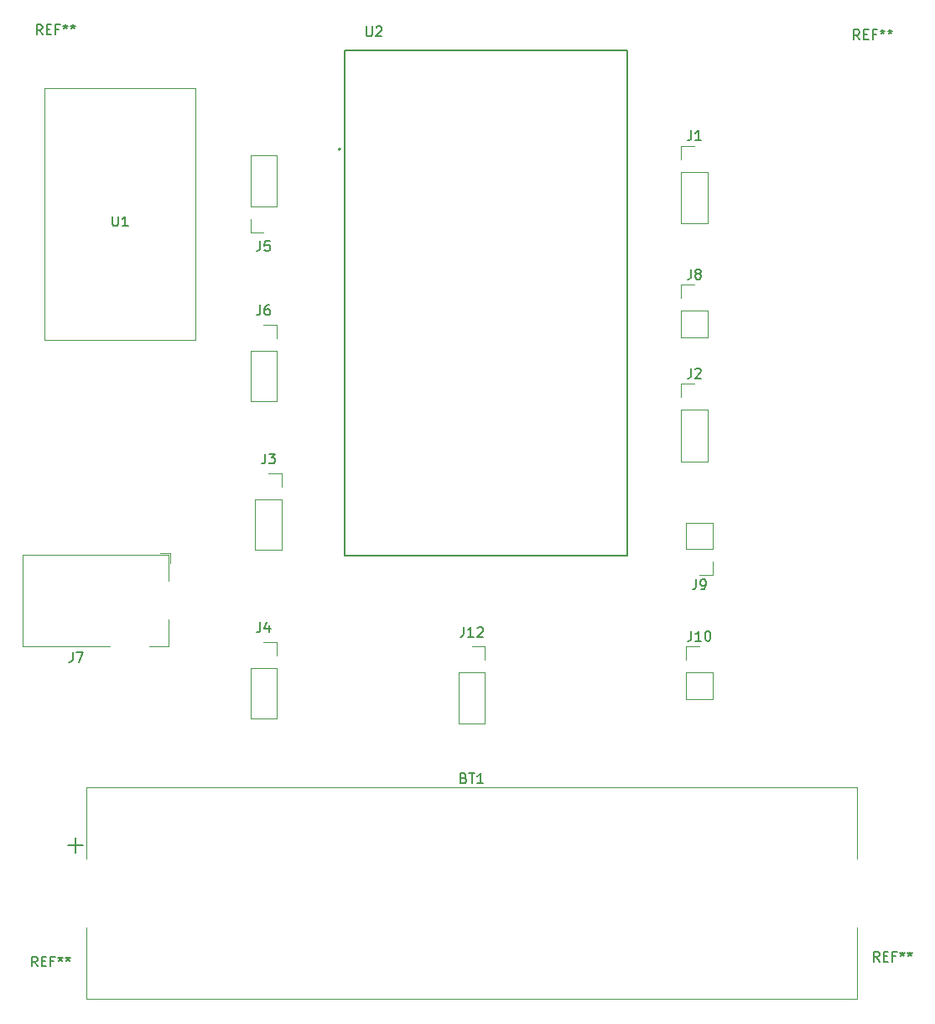
<source format=gbr>
%TF.GenerationSoftware,KiCad,Pcbnew,9.0.6*%
%TF.CreationDate,2025-12-01T09:05:12-05:00*%
%TF.ProjectId,Invernadero Automatizado,496e7665-726e-4616-9465-726f20417574,rev?*%
%TF.SameCoordinates,Original*%
%TF.FileFunction,Legend,Top*%
%TF.FilePolarity,Positive*%
%FSLAX46Y46*%
G04 Gerber Fmt 4.6, Leading zero omitted, Abs format (unit mm)*
G04 Created by KiCad (PCBNEW 9.0.6) date 2025-12-01 09:05:12*
%MOMM*%
%LPD*%
G01*
G04 APERTURE LIST*
%ADD10C,0.150000*%
%ADD11C,0.120000*%
%ADD12C,0.127000*%
%ADD13C,0.200000*%
G04 APERTURE END LIST*
D10*
X145666666Y-74574819D02*
X145666666Y-75289104D01*
X145666666Y-75289104D02*
X145619047Y-75431961D01*
X145619047Y-75431961D02*
X145523809Y-75527200D01*
X145523809Y-75527200D02*
X145380952Y-75574819D01*
X145380952Y-75574819D02*
X145285714Y-75574819D01*
X146285714Y-75003390D02*
X146190476Y-74955771D01*
X146190476Y-74955771D02*
X146142857Y-74908152D01*
X146142857Y-74908152D02*
X146095238Y-74812914D01*
X146095238Y-74812914D02*
X146095238Y-74765295D01*
X146095238Y-74765295D02*
X146142857Y-74670057D01*
X146142857Y-74670057D02*
X146190476Y-74622438D01*
X146190476Y-74622438D02*
X146285714Y-74574819D01*
X146285714Y-74574819D02*
X146476190Y-74574819D01*
X146476190Y-74574819D02*
X146571428Y-74622438D01*
X146571428Y-74622438D02*
X146619047Y-74670057D01*
X146619047Y-74670057D02*
X146666666Y-74765295D01*
X146666666Y-74765295D02*
X146666666Y-74812914D01*
X146666666Y-74812914D02*
X146619047Y-74908152D01*
X146619047Y-74908152D02*
X146571428Y-74955771D01*
X146571428Y-74955771D02*
X146476190Y-75003390D01*
X146476190Y-75003390D02*
X146285714Y-75003390D01*
X146285714Y-75003390D02*
X146190476Y-75051009D01*
X146190476Y-75051009D02*
X146142857Y-75098628D01*
X146142857Y-75098628D02*
X146095238Y-75193866D01*
X146095238Y-75193866D02*
X146095238Y-75384342D01*
X146095238Y-75384342D02*
X146142857Y-75479580D01*
X146142857Y-75479580D02*
X146190476Y-75527200D01*
X146190476Y-75527200D02*
X146285714Y-75574819D01*
X146285714Y-75574819D02*
X146476190Y-75574819D01*
X146476190Y-75574819D02*
X146571428Y-75527200D01*
X146571428Y-75527200D02*
X146619047Y-75479580D01*
X146619047Y-75479580D02*
X146666666Y-75384342D01*
X146666666Y-75384342D02*
X146666666Y-75193866D01*
X146666666Y-75193866D02*
X146619047Y-75098628D01*
X146619047Y-75098628D02*
X146571428Y-75051009D01*
X146571428Y-75051009D02*
X146476190Y-75003390D01*
X102166666Y-78184819D02*
X102166666Y-78899104D01*
X102166666Y-78899104D02*
X102119047Y-79041961D01*
X102119047Y-79041961D02*
X102023809Y-79137200D01*
X102023809Y-79137200D02*
X101880952Y-79184819D01*
X101880952Y-79184819D02*
X101785714Y-79184819D01*
X103071428Y-78184819D02*
X102880952Y-78184819D01*
X102880952Y-78184819D02*
X102785714Y-78232438D01*
X102785714Y-78232438D02*
X102738095Y-78280057D01*
X102738095Y-78280057D02*
X102642857Y-78422914D01*
X102642857Y-78422914D02*
X102595238Y-78613390D01*
X102595238Y-78613390D02*
X102595238Y-78994342D01*
X102595238Y-78994342D02*
X102642857Y-79089580D01*
X102642857Y-79089580D02*
X102690476Y-79137200D01*
X102690476Y-79137200D02*
X102785714Y-79184819D01*
X102785714Y-79184819D02*
X102976190Y-79184819D01*
X102976190Y-79184819D02*
X103071428Y-79137200D01*
X103071428Y-79137200D02*
X103119047Y-79089580D01*
X103119047Y-79089580D02*
X103166666Y-78994342D01*
X103166666Y-78994342D02*
X103166666Y-78756247D01*
X103166666Y-78756247D02*
X103119047Y-78661009D01*
X103119047Y-78661009D02*
X103071428Y-78613390D01*
X103071428Y-78613390D02*
X102976190Y-78565771D01*
X102976190Y-78565771D02*
X102785714Y-78565771D01*
X102785714Y-78565771D02*
X102690476Y-78613390D01*
X102690476Y-78613390D02*
X102642857Y-78661009D01*
X102642857Y-78661009D02*
X102595238Y-78756247D01*
X146166666Y-105874819D02*
X146166666Y-106589104D01*
X146166666Y-106589104D02*
X146119047Y-106731961D01*
X146119047Y-106731961D02*
X146023809Y-106827200D01*
X146023809Y-106827200D02*
X145880952Y-106874819D01*
X145880952Y-106874819D02*
X145785714Y-106874819D01*
X146690476Y-106874819D02*
X146880952Y-106874819D01*
X146880952Y-106874819D02*
X146976190Y-106827200D01*
X146976190Y-106827200D02*
X147023809Y-106779580D01*
X147023809Y-106779580D02*
X147119047Y-106636723D01*
X147119047Y-106636723D02*
X147166666Y-106446247D01*
X147166666Y-106446247D02*
X147166666Y-106065295D01*
X147166666Y-106065295D02*
X147119047Y-105970057D01*
X147119047Y-105970057D02*
X147071428Y-105922438D01*
X147071428Y-105922438D02*
X146976190Y-105874819D01*
X146976190Y-105874819D02*
X146785714Y-105874819D01*
X146785714Y-105874819D02*
X146690476Y-105922438D01*
X146690476Y-105922438D02*
X146642857Y-105970057D01*
X146642857Y-105970057D02*
X146595238Y-106065295D01*
X146595238Y-106065295D02*
X146595238Y-106303390D01*
X146595238Y-106303390D02*
X146642857Y-106398628D01*
X146642857Y-106398628D02*
X146690476Y-106446247D01*
X146690476Y-106446247D02*
X146785714Y-106493866D01*
X146785714Y-106493866D02*
X146976190Y-106493866D01*
X146976190Y-106493866D02*
X147071428Y-106446247D01*
X147071428Y-106446247D02*
X147119047Y-106398628D01*
X147119047Y-106398628D02*
X147166666Y-106303390D01*
X102166666Y-110184819D02*
X102166666Y-110899104D01*
X102166666Y-110899104D02*
X102119047Y-111041961D01*
X102119047Y-111041961D02*
X102023809Y-111137200D01*
X102023809Y-111137200D02*
X101880952Y-111184819D01*
X101880952Y-111184819D02*
X101785714Y-111184819D01*
X103071428Y-110518152D02*
X103071428Y-111184819D01*
X102833333Y-110137200D02*
X102595238Y-110851485D01*
X102595238Y-110851485D02*
X103214285Y-110851485D01*
X122714285Y-125901009D02*
X122857142Y-125948628D01*
X122857142Y-125948628D02*
X122904761Y-125996247D01*
X122904761Y-125996247D02*
X122952380Y-126091485D01*
X122952380Y-126091485D02*
X122952380Y-126234342D01*
X122952380Y-126234342D02*
X122904761Y-126329580D01*
X122904761Y-126329580D02*
X122857142Y-126377200D01*
X122857142Y-126377200D02*
X122761904Y-126424819D01*
X122761904Y-126424819D02*
X122380952Y-126424819D01*
X122380952Y-126424819D02*
X122380952Y-125424819D01*
X122380952Y-125424819D02*
X122714285Y-125424819D01*
X122714285Y-125424819D02*
X122809523Y-125472438D01*
X122809523Y-125472438D02*
X122857142Y-125520057D01*
X122857142Y-125520057D02*
X122904761Y-125615295D01*
X122904761Y-125615295D02*
X122904761Y-125710533D01*
X122904761Y-125710533D02*
X122857142Y-125805771D01*
X122857142Y-125805771D02*
X122809523Y-125853390D01*
X122809523Y-125853390D02*
X122714285Y-125901009D01*
X122714285Y-125901009D02*
X122380952Y-125901009D01*
X123238095Y-125424819D02*
X123809523Y-125424819D01*
X123523809Y-126424819D02*
X123523809Y-125424819D01*
X124666666Y-126424819D02*
X124095238Y-126424819D01*
X124380952Y-126424819D02*
X124380952Y-125424819D01*
X124380952Y-125424819D02*
X124285714Y-125567676D01*
X124285714Y-125567676D02*
X124190476Y-125662914D01*
X124190476Y-125662914D02*
X124095238Y-125710533D01*
X82738095Y-132655533D02*
X84261905Y-132655533D01*
X83500000Y-133417438D02*
X83500000Y-131893628D01*
X122715476Y-110659819D02*
X122715476Y-111374104D01*
X122715476Y-111374104D02*
X122667857Y-111516961D01*
X122667857Y-111516961D02*
X122572619Y-111612200D01*
X122572619Y-111612200D02*
X122429762Y-111659819D01*
X122429762Y-111659819D02*
X122334524Y-111659819D01*
X123715476Y-111659819D02*
X123144048Y-111659819D01*
X123429762Y-111659819D02*
X123429762Y-110659819D01*
X123429762Y-110659819D02*
X123334524Y-110802676D01*
X123334524Y-110802676D02*
X123239286Y-110897914D01*
X123239286Y-110897914D02*
X123144048Y-110945533D01*
X124096429Y-110755057D02*
X124144048Y-110707438D01*
X124144048Y-110707438D02*
X124239286Y-110659819D01*
X124239286Y-110659819D02*
X124477381Y-110659819D01*
X124477381Y-110659819D02*
X124572619Y-110707438D01*
X124572619Y-110707438D02*
X124620238Y-110755057D01*
X124620238Y-110755057D02*
X124667857Y-110850295D01*
X124667857Y-110850295D02*
X124667857Y-110945533D01*
X124667857Y-110945533D02*
X124620238Y-111088390D01*
X124620238Y-111088390D02*
X124048810Y-111659819D01*
X124048810Y-111659819D02*
X124667857Y-111659819D01*
X83216666Y-113204819D02*
X83216666Y-113919104D01*
X83216666Y-113919104D02*
X83169047Y-114061961D01*
X83169047Y-114061961D02*
X83073809Y-114157200D01*
X83073809Y-114157200D02*
X82930952Y-114204819D01*
X82930952Y-114204819D02*
X82835714Y-114204819D01*
X83597619Y-113204819D02*
X84264285Y-113204819D01*
X84264285Y-113204819D02*
X83835714Y-114204819D01*
X145690476Y-111074819D02*
X145690476Y-111789104D01*
X145690476Y-111789104D02*
X145642857Y-111931961D01*
X145642857Y-111931961D02*
X145547619Y-112027200D01*
X145547619Y-112027200D02*
X145404762Y-112074819D01*
X145404762Y-112074819D02*
X145309524Y-112074819D01*
X146690476Y-112074819D02*
X146119048Y-112074819D01*
X146404762Y-112074819D02*
X146404762Y-111074819D01*
X146404762Y-111074819D02*
X146309524Y-111217676D01*
X146309524Y-111217676D02*
X146214286Y-111312914D01*
X146214286Y-111312914D02*
X146119048Y-111360533D01*
X147309524Y-111074819D02*
X147404762Y-111074819D01*
X147404762Y-111074819D02*
X147500000Y-111122438D01*
X147500000Y-111122438D02*
X147547619Y-111170057D01*
X147547619Y-111170057D02*
X147595238Y-111265295D01*
X147595238Y-111265295D02*
X147642857Y-111455771D01*
X147642857Y-111455771D02*
X147642857Y-111693866D01*
X147642857Y-111693866D02*
X147595238Y-111884342D01*
X147595238Y-111884342D02*
X147547619Y-111979580D01*
X147547619Y-111979580D02*
X147500000Y-112027200D01*
X147500000Y-112027200D02*
X147404762Y-112074819D01*
X147404762Y-112074819D02*
X147309524Y-112074819D01*
X147309524Y-112074819D02*
X147214286Y-112027200D01*
X147214286Y-112027200D02*
X147166667Y-111979580D01*
X147166667Y-111979580D02*
X147119048Y-111884342D01*
X147119048Y-111884342D02*
X147071429Y-111693866D01*
X147071429Y-111693866D02*
X147071429Y-111455771D01*
X147071429Y-111455771D02*
X147119048Y-111265295D01*
X147119048Y-111265295D02*
X147166667Y-111170057D01*
X147166667Y-111170057D02*
X147214286Y-111122438D01*
X147214286Y-111122438D02*
X147309524Y-111074819D01*
X80166666Y-50904819D02*
X79833333Y-50428628D01*
X79595238Y-50904819D02*
X79595238Y-49904819D01*
X79595238Y-49904819D02*
X79976190Y-49904819D01*
X79976190Y-49904819D02*
X80071428Y-49952438D01*
X80071428Y-49952438D02*
X80119047Y-50000057D01*
X80119047Y-50000057D02*
X80166666Y-50095295D01*
X80166666Y-50095295D02*
X80166666Y-50238152D01*
X80166666Y-50238152D02*
X80119047Y-50333390D01*
X80119047Y-50333390D02*
X80071428Y-50381009D01*
X80071428Y-50381009D02*
X79976190Y-50428628D01*
X79976190Y-50428628D02*
X79595238Y-50428628D01*
X80595238Y-50381009D02*
X80928571Y-50381009D01*
X81071428Y-50904819D02*
X80595238Y-50904819D01*
X80595238Y-50904819D02*
X80595238Y-49904819D01*
X80595238Y-49904819D02*
X81071428Y-49904819D01*
X81833333Y-50381009D02*
X81500000Y-50381009D01*
X81500000Y-50904819D02*
X81500000Y-49904819D01*
X81500000Y-49904819D02*
X81976190Y-49904819D01*
X82500000Y-49904819D02*
X82500000Y-50142914D01*
X82261905Y-50047676D02*
X82500000Y-50142914D01*
X82500000Y-50142914D02*
X82738095Y-50047676D01*
X82357143Y-50333390D02*
X82500000Y-50142914D01*
X82500000Y-50142914D02*
X82642857Y-50333390D01*
X83261905Y-49904819D02*
X83261905Y-50142914D01*
X83023810Y-50047676D02*
X83261905Y-50142914D01*
X83261905Y-50142914D02*
X83500000Y-50047676D01*
X83119048Y-50333390D02*
X83261905Y-50142914D01*
X83261905Y-50142914D02*
X83404762Y-50333390D01*
X145666666Y-60574819D02*
X145666666Y-61289104D01*
X145666666Y-61289104D02*
X145619047Y-61431961D01*
X145619047Y-61431961D02*
X145523809Y-61527200D01*
X145523809Y-61527200D02*
X145380952Y-61574819D01*
X145380952Y-61574819D02*
X145285714Y-61574819D01*
X146666666Y-61574819D02*
X146095238Y-61574819D01*
X146380952Y-61574819D02*
X146380952Y-60574819D01*
X146380952Y-60574819D02*
X146285714Y-60717676D01*
X146285714Y-60717676D02*
X146190476Y-60812914D01*
X146190476Y-60812914D02*
X146095238Y-60860533D01*
X87238095Y-69224819D02*
X87238095Y-70034342D01*
X87238095Y-70034342D02*
X87285714Y-70129580D01*
X87285714Y-70129580D02*
X87333333Y-70177200D01*
X87333333Y-70177200D02*
X87428571Y-70224819D01*
X87428571Y-70224819D02*
X87619047Y-70224819D01*
X87619047Y-70224819D02*
X87714285Y-70177200D01*
X87714285Y-70177200D02*
X87761904Y-70129580D01*
X87761904Y-70129580D02*
X87809523Y-70034342D01*
X87809523Y-70034342D02*
X87809523Y-69224819D01*
X88809523Y-70224819D02*
X88238095Y-70224819D01*
X88523809Y-70224819D02*
X88523809Y-69224819D01*
X88523809Y-69224819D02*
X88428571Y-69367676D01*
X88428571Y-69367676D02*
X88333333Y-69462914D01*
X88333333Y-69462914D02*
X88238095Y-69510533D01*
X102666666Y-93184819D02*
X102666666Y-93899104D01*
X102666666Y-93899104D02*
X102619047Y-94041961D01*
X102619047Y-94041961D02*
X102523809Y-94137200D01*
X102523809Y-94137200D02*
X102380952Y-94184819D01*
X102380952Y-94184819D02*
X102285714Y-94184819D01*
X103047619Y-93184819D02*
X103666666Y-93184819D01*
X103666666Y-93184819D02*
X103333333Y-93565771D01*
X103333333Y-93565771D02*
X103476190Y-93565771D01*
X103476190Y-93565771D02*
X103571428Y-93613390D01*
X103571428Y-93613390D02*
X103619047Y-93661009D01*
X103619047Y-93661009D02*
X103666666Y-93756247D01*
X103666666Y-93756247D02*
X103666666Y-93994342D01*
X103666666Y-93994342D02*
X103619047Y-94089580D01*
X103619047Y-94089580D02*
X103571428Y-94137200D01*
X103571428Y-94137200D02*
X103476190Y-94184819D01*
X103476190Y-94184819D02*
X103190476Y-94184819D01*
X103190476Y-94184819D02*
X103095238Y-94137200D01*
X103095238Y-94137200D02*
X103047619Y-94089580D01*
X145666666Y-84574819D02*
X145666666Y-85289104D01*
X145666666Y-85289104D02*
X145619047Y-85431961D01*
X145619047Y-85431961D02*
X145523809Y-85527200D01*
X145523809Y-85527200D02*
X145380952Y-85574819D01*
X145380952Y-85574819D02*
X145285714Y-85574819D01*
X146095238Y-84670057D02*
X146142857Y-84622438D01*
X146142857Y-84622438D02*
X146238095Y-84574819D01*
X146238095Y-84574819D02*
X146476190Y-84574819D01*
X146476190Y-84574819D02*
X146571428Y-84622438D01*
X146571428Y-84622438D02*
X146619047Y-84670057D01*
X146619047Y-84670057D02*
X146666666Y-84765295D01*
X146666666Y-84765295D02*
X146666666Y-84860533D01*
X146666666Y-84860533D02*
X146619047Y-85003390D01*
X146619047Y-85003390D02*
X146047619Y-85574819D01*
X146047619Y-85574819D02*
X146666666Y-85574819D01*
X162666666Y-51404819D02*
X162333333Y-50928628D01*
X162095238Y-51404819D02*
X162095238Y-50404819D01*
X162095238Y-50404819D02*
X162476190Y-50404819D01*
X162476190Y-50404819D02*
X162571428Y-50452438D01*
X162571428Y-50452438D02*
X162619047Y-50500057D01*
X162619047Y-50500057D02*
X162666666Y-50595295D01*
X162666666Y-50595295D02*
X162666666Y-50738152D01*
X162666666Y-50738152D02*
X162619047Y-50833390D01*
X162619047Y-50833390D02*
X162571428Y-50881009D01*
X162571428Y-50881009D02*
X162476190Y-50928628D01*
X162476190Y-50928628D02*
X162095238Y-50928628D01*
X163095238Y-50881009D02*
X163428571Y-50881009D01*
X163571428Y-51404819D02*
X163095238Y-51404819D01*
X163095238Y-51404819D02*
X163095238Y-50404819D01*
X163095238Y-50404819D02*
X163571428Y-50404819D01*
X164333333Y-50881009D02*
X164000000Y-50881009D01*
X164000000Y-51404819D02*
X164000000Y-50404819D01*
X164000000Y-50404819D02*
X164476190Y-50404819D01*
X165000000Y-50404819D02*
X165000000Y-50642914D01*
X164761905Y-50547676D02*
X165000000Y-50642914D01*
X165000000Y-50642914D02*
X165238095Y-50547676D01*
X164857143Y-50833390D02*
X165000000Y-50642914D01*
X165000000Y-50642914D02*
X165142857Y-50833390D01*
X165761905Y-50404819D02*
X165761905Y-50642914D01*
X165523810Y-50547676D02*
X165761905Y-50642914D01*
X165761905Y-50642914D02*
X166000000Y-50547676D01*
X165619048Y-50833390D02*
X165761905Y-50642914D01*
X165761905Y-50642914D02*
X165904762Y-50833390D01*
X102166666Y-71724819D02*
X102166666Y-72439104D01*
X102166666Y-72439104D02*
X102119047Y-72581961D01*
X102119047Y-72581961D02*
X102023809Y-72677200D01*
X102023809Y-72677200D02*
X101880952Y-72724819D01*
X101880952Y-72724819D02*
X101785714Y-72724819D01*
X103119047Y-71724819D02*
X102642857Y-71724819D01*
X102642857Y-71724819D02*
X102595238Y-72201009D01*
X102595238Y-72201009D02*
X102642857Y-72153390D01*
X102642857Y-72153390D02*
X102738095Y-72105771D01*
X102738095Y-72105771D02*
X102976190Y-72105771D01*
X102976190Y-72105771D02*
X103071428Y-72153390D01*
X103071428Y-72153390D02*
X103119047Y-72201009D01*
X103119047Y-72201009D02*
X103166666Y-72296247D01*
X103166666Y-72296247D02*
X103166666Y-72534342D01*
X103166666Y-72534342D02*
X103119047Y-72629580D01*
X103119047Y-72629580D02*
X103071428Y-72677200D01*
X103071428Y-72677200D02*
X102976190Y-72724819D01*
X102976190Y-72724819D02*
X102738095Y-72724819D01*
X102738095Y-72724819D02*
X102642857Y-72677200D01*
X102642857Y-72677200D02*
X102595238Y-72629580D01*
X79666666Y-144904819D02*
X79333333Y-144428628D01*
X79095238Y-144904819D02*
X79095238Y-143904819D01*
X79095238Y-143904819D02*
X79476190Y-143904819D01*
X79476190Y-143904819D02*
X79571428Y-143952438D01*
X79571428Y-143952438D02*
X79619047Y-144000057D01*
X79619047Y-144000057D02*
X79666666Y-144095295D01*
X79666666Y-144095295D02*
X79666666Y-144238152D01*
X79666666Y-144238152D02*
X79619047Y-144333390D01*
X79619047Y-144333390D02*
X79571428Y-144381009D01*
X79571428Y-144381009D02*
X79476190Y-144428628D01*
X79476190Y-144428628D02*
X79095238Y-144428628D01*
X80095238Y-144381009D02*
X80428571Y-144381009D01*
X80571428Y-144904819D02*
X80095238Y-144904819D01*
X80095238Y-144904819D02*
X80095238Y-143904819D01*
X80095238Y-143904819D02*
X80571428Y-143904819D01*
X81333333Y-144381009D02*
X81000000Y-144381009D01*
X81000000Y-144904819D02*
X81000000Y-143904819D01*
X81000000Y-143904819D02*
X81476190Y-143904819D01*
X82000000Y-143904819D02*
X82000000Y-144142914D01*
X81761905Y-144047676D02*
X82000000Y-144142914D01*
X82000000Y-144142914D02*
X82238095Y-144047676D01*
X81857143Y-144333390D02*
X82000000Y-144142914D01*
X82000000Y-144142914D02*
X82142857Y-144333390D01*
X82761905Y-143904819D02*
X82761905Y-144142914D01*
X82523810Y-144047676D02*
X82761905Y-144142914D01*
X82761905Y-144142914D02*
X83000000Y-144047676D01*
X82619048Y-144333390D02*
X82761905Y-144142914D01*
X82761905Y-144142914D02*
X82904762Y-144333390D01*
X164666666Y-144404819D02*
X164333333Y-143928628D01*
X164095238Y-144404819D02*
X164095238Y-143404819D01*
X164095238Y-143404819D02*
X164476190Y-143404819D01*
X164476190Y-143404819D02*
X164571428Y-143452438D01*
X164571428Y-143452438D02*
X164619047Y-143500057D01*
X164619047Y-143500057D02*
X164666666Y-143595295D01*
X164666666Y-143595295D02*
X164666666Y-143738152D01*
X164666666Y-143738152D02*
X164619047Y-143833390D01*
X164619047Y-143833390D02*
X164571428Y-143881009D01*
X164571428Y-143881009D02*
X164476190Y-143928628D01*
X164476190Y-143928628D02*
X164095238Y-143928628D01*
X165095238Y-143881009D02*
X165428571Y-143881009D01*
X165571428Y-144404819D02*
X165095238Y-144404819D01*
X165095238Y-144404819D02*
X165095238Y-143404819D01*
X165095238Y-143404819D02*
X165571428Y-143404819D01*
X166333333Y-143881009D02*
X166000000Y-143881009D01*
X166000000Y-144404819D02*
X166000000Y-143404819D01*
X166000000Y-143404819D02*
X166476190Y-143404819D01*
X167000000Y-143404819D02*
X167000000Y-143642914D01*
X166761905Y-143547676D02*
X167000000Y-143642914D01*
X167000000Y-143642914D02*
X167238095Y-143547676D01*
X166857143Y-143833390D02*
X167000000Y-143642914D01*
X167000000Y-143642914D02*
X167142857Y-143833390D01*
X167761905Y-143404819D02*
X167761905Y-143642914D01*
X167523810Y-143547676D02*
X167761905Y-143642914D01*
X167761905Y-143642914D02*
X168000000Y-143547676D01*
X167619048Y-143833390D02*
X167761905Y-143642914D01*
X167761905Y-143642914D02*
X167904762Y-143833390D01*
X112883095Y-50069819D02*
X112883095Y-50879342D01*
X112883095Y-50879342D02*
X112930714Y-50974580D01*
X112930714Y-50974580D02*
X112978333Y-51022200D01*
X112978333Y-51022200D02*
X113073571Y-51069819D01*
X113073571Y-51069819D02*
X113264047Y-51069819D01*
X113264047Y-51069819D02*
X113359285Y-51022200D01*
X113359285Y-51022200D02*
X113406904Y-50974580D01*
X113406904Y-50974580D02*
X113454523Y-50879342D01*
X113454523Y-50879342D02*
X113454523Y-50069819D01*
X113883095Y-50165057D02*
X113930714Y-50117438D01*
X113930714Y-50117438D02*
X114025952Y-50069819D01*
X114025952Y-50069819D02*
X114264047Y-50069819D01*
X114264047Y-50069819D02*
X114359285Y-50117438D01*
X114359285Y-50117438D02*
X114406904Y-50165057D01*
X114406904Y-50165057D02*
X114454523Y-50260295D01*
X114454523Y-50260295D02*
X114454523Y-50355533D01*
X114454523Y-50355533D02*
X114406904Y-50498390D01*
X114406904Y-50498390D02*
X113835476Y-51069819D01*
X113835476Y-51069819D02*
X114454523Y-51069819D01*
D11*
%TO.C,J8*%
X144620000Y-76120000D02*
X146000000Y-76120000D01*
X144620000Y-77500000D02*
X144620000Y-76120000D01*
X144620000Y-78770000D02*
X144620000Y-81420000D01*
X144620000Y-78770000D02*
X147380000Y-78770000D01*
X144620000Y-81420000D02*
X147380000Y-81420000D01*
X147380000Y-78770000D02*
X147380000Y-81420000D01*
%TO.C,J6*%
X101170000Y-82770000D02*
X101170000Y-87910000D01*
X101170000Y-82770000D02*
X103830000Y-82770000D01*
X101170000Y-87910000D02*
X103830000Y-87910000D01*
X102500000Y-80170000D02*
X103830000Y-80170000D01*
X103830000Y-80170000D02*
X103830000Y-81500000D01*
X103830000Y-82770000D02*
X103830000Y-87910000D01*
%TO.C,J9*%
X145120000Y-102770000D02*
X145120000Y-100120000D01*
X147880000Y-100120000D02*
X145120000Y-100120000D01*
X147880000Y-102770000D02*
X145120000Y-102770000D01*
X147880000Y-102770000D02*
X147880000Y-100120000D01*
X147880000Y-104040000D02*
X147880000Y-105420000D01*
X147880000Y-105420000D02*
X146500000Y-105420000D01*
%TO.C,J4*%
X101170000Y-114770000D02*
X101170000Y-119910000D01*
X101170000Y-114770000D02*
X103830000Y-114770000D01*
X101170000Y-119910000D02*
X103830000Y-119910000D01*
X102500000Y-112170000D02*
X103830000Y-112170000D01*
X103830000Y-112170000D02*
X103830000Y-113500000D01*
X103830000Y-114770000D02*
X103830000Y-119910000D01*
%TO.C,BT1*%
X84610000Y-126815000D02*
X162390000Y-126815000D01*
X84610000Y-133990000D02*
X84610000Y-126815000D01*
X84610000Y-148185000D02*
X84610000Y-141010000D01*
X162390000Y-126815000D02*
X162390000Y-133990000D01*
X162390000Y-141010000D02*
X162390000Y-148185000D01*
X162390000Y-148185000D02*
X84610000Y-148185000D01*
%TO.C,J12*%
X122195000Y-115245000D02*
X122195000Y-120385000D01*
X122195000Y-115245000D02*
X124855000Y-115245000D01*
X122195000Y-120385000D02*
X124855000Y-120385000D01*
X123525000Y-112645000D02*
X124855000Y-112645000D01*
X124855000Y-112645000D02*
X124855000Y-113975000D01*
X124855000Y-115245000D02*
X124855000Y-120385000D01*
%TO.C,J7*%
X78200000Y-103400000D02*
X92900000Y-103400000D01*
X78200000Y-112600000D02*
X78200000Y-103400000D01*
X87000000Y-112600000D02*
X78200000Y-112600000D01*
X92050000Y-103200000D02*
X93100000Y-103200000D01*
X92900000Y-103400000D02*
X92900000Y-106000000D01*
X92900000Y-109900000D02*
X92900000Y-112600000D01*
X92900000Y-112600000D02*
X91000000Y-112600000D01*
X93100000Y-104250000D02*
X93100000Y-103200000D01*
%TO.C,J10*%
X145120000Y-112620000D02*
X146500000Y-112620000D01*
X145120000Y-114000000D02*
X145120000Y-112620000D01*
X145120000Y-115270000D02*
X145120000Y-117920000D01*
X145120000Y-115270000D02*
X147880000Y-115270000D01*
X145120000Y-117920000D02*
X147880000Y-117920000D01*
X147880000Y-115270000D02*
X147880000Y-117920000D01*
%TO.C,J1*%
X144620000Y-62120000D02*
X146000000Y-62120000D01*
X144620000Y-63500000D02*
X144620000Y-62120000D01*
X144620000Y-64770000D02*
X144620000Y-69960000D01*
X144620000Y-64770000D02*
X147380000Y-64770000D01*
X144620000Y-69960000D02*
X147380000Y-69960000D01*
X147380000Y-64770000D02*
X147380000Y-69960000D01*
%TO.C,U1*%
X80380000Y-56300000D02*
X95620000Y-56300000D01*
X95620000Y-81700000D01*
X80380000Y-81700000D01*
X80380000Y-56300000D01*
%TO.C,J3*%
X101670000Y-97770000D02*
X101670000Y-102910000D01*
X101670000Y-97770000D02*
X104330000Y-97770000D01*
X101670000Y-102910000D02*
X104330000Y-102910000D01*
X103000000Y-95170000D02*
X104330000Y-95170000D01*
X104330000Y-95170000D02*
X104330000Y-96500000D01*
X104330000Y-97770000D02*
X104330000Y-102910000D01*
%TO.C,J2*%
X144620000Y-86120000D02*
X146000000Y-86120000D01*
X144620000Y-87500000D02*
X144620000Y-86120000D01*
X144620000Y-88770000D02*
X144620000Y-93960000D01*
X144620000Y-88770000D02*
X147380000Y-88770000D01*
X144620000Y-93960000D02*
X147380000Y-93960000D01*
X147380000Y-88770000D02*
X147380000Y-93960000D01*
%TO.C,J5*%
X101170000Y-68230000D02*
X101170000Y-63090000D01*
X101170000Y-70830000D02*
X101170000Y-69500000D01*
X102500000Y-70830000D02*
X101170000Y-70830000D01*
X103830000Y-63090000D02*
X101170000Y-63090000D01*
X103830000Y-68230000D02*
X101170000Y-68230000D01*
X103830000Y-68230000D02*
X103830000Y-63090000D01*
D12*
%TO.C,U2*%
X110720000Y-52500000D02*
X121789000Y-52500000D01*
X110720000Y-52500000D02*
X139230000Y-52500000D01*
X110720000Y-103450000D02*
X110720000Y-52500000D01*
X110720000Y-103450000D02*
X110720000Y-52500000D01*
X110720000Y-103450000D02*
X116090000Y-103450000D01*
X116090000Y-103450000D02*
X133780000Y-103450000D01*
X121789000Y-52500000D02*
X128500000Y-52500000D01*
X128500000Y-52500000D02*
X139230000Y-52500000D01*
X133780000Y-103450000D02*
X139230000Y-103450000D01*
X139230000Y-52500000D02*
X139230000Y-103450000D01*
X139230000Y-52500000D02*
X139230000Y-103450000D01*
X139230000Y-103450000D02*
X110720000Y-103450000D01*
D13*
X110250000Y-62460000D02*
G75*
G02*
X110050000Y-62460000I-100000J0D01*
G01*
X110050000Y-62460000D02*
G75*
G02*
X110250000Y-62460000I100000J0D01*
G01*
%TD*%
M02*

</source>
